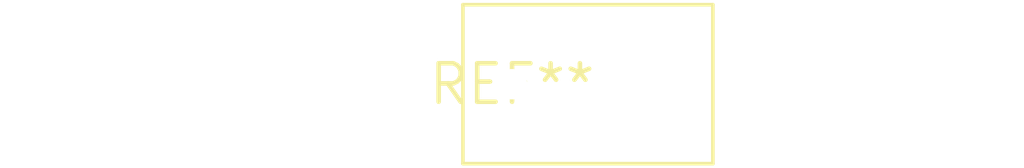
<source format=kicad_pcb>
(kicad_pcb (version 20240108) (generator pcbnew)
  (layers (0 "F.Cu" signal) (31 "B.Cu" signal) (34 "B.Paste" user) (35 "F.Paste" user) (36 "B.SilkS" user "B.Silkscreen") (37 "F.SilkS" user "F.Silkscreen") (38 "B.Mask" user) (39 "F.Mask" user) (44 "Edge.Cuts" user))
  (net 0 "")
  (footprint "C_Disc_D8.0mm_W5.0mm_P5.00mm" (layer "F.Cu") (at 0 0)
    (property "Reference" "REF**")
    (property "Value" "C_Disc_D8.0mm_W5.0mm_P5.00mm")
    (fp_line (start -1.62 -2.62) (end -1.62 2.62) (layer "F.SilkS") (stroke (width 0.12)))
    (fp_line (start -1.62 -2.62) (end 6.62 -2.62) (layer "F.SilkS") (stroke (width 0.12)))
    (fp_line (start -1.62 2.62) (end 6.62 2.62) (layer "F.SilkS") (stroke (width 0.12)))
    (fp_line (start 6.62 -2.62) (end 6.62 2.62) (layer "F.SilkS") (stroke (width 0.12)))
    (pad "1" thru_hole circle (at 0 0) (size 2 2) (drill 1) (layers *.Cu *.Mask) (remove_unused_layers))
    (pad "2" thru_hole circle (at 5 0) (size 2 2) (drill 1) (layers *.Cu *.Mask) (remove_unused_layers))
  )
)
</source>
